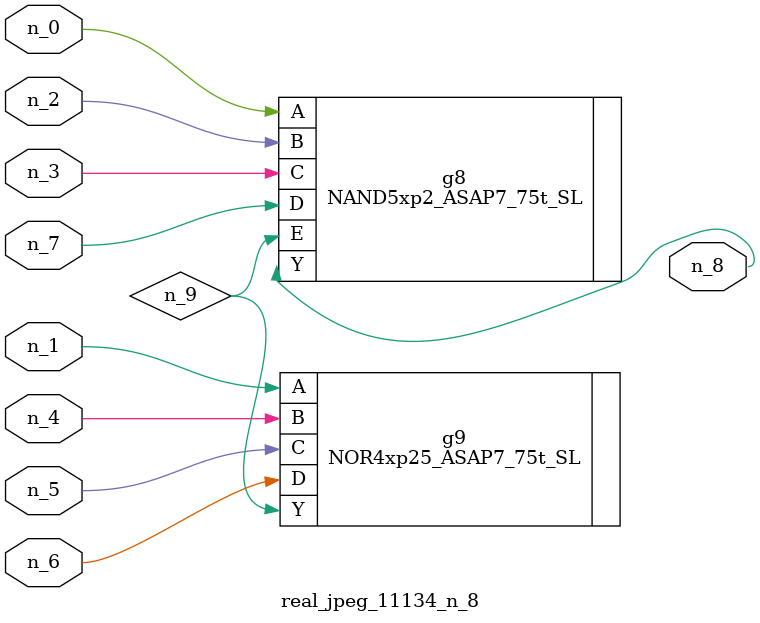
<source format=v>
module real_jpeg_11134_n_8 (n_5, n_4, n_0, n_1, n_2, n_6, n_7, n_3, n_8);

input n_5;
input n_4;
input n_0;
input n_1;
input n_2;
input n_6;
input n_7;
input n_3;

output n_8;

wire n_9;

NAND5xp2_ASAP7_75t_SL g8 ( 
.A(n_0),
.B(n_2),
.C(n_3),
.D(n_7),
.E(n_9),
.Y(n_8)
);

NOR4xp25_ASAP7_75t_SL g9 ( 
.A(n_1),
.B(n_4),
.C(n_5),
.D(n_6),
.Y(n_9)
);


endmodule
</source>
